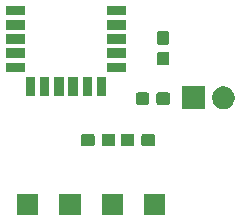
<source format=gbr>
G04 #@! TF.GenerationSoftware,KiCad,Pcbnew,(5.1.4)-1*
G04 #@! TF.CreationDate,2020-05-08T13:54:39-05:00*
G04 #@! TF.ProjectId,RN4871Board,524e3438-3731-4426-9f61-72642e6b6963,rev?*
G04 #@! TF.SameCoordinates,Original*
G04 #@! TF.FileFunction,Soldermask,Top*
G04 #@! TF.FilePolarity,Negative*
%FSLAX46Y46*%
G04 Gerber Fmt 4.6, Leading zero omitted, Abs format (unit mm)*
G04 Created by KiCad (PCBNEW (5.1.4)-1) date 2020-05-08 13:54:39*
%MOMM*%
%LPD*%
G04 APERTURE LIST*
%ADD10C,0.100000*%
G04 APERTURE END LIST*
D10*
G36*
X128942400Y-107606400D02*
G01*
X127140400Y-107606400D01*
X127140400Y-105804400D01*
X128942400Y-105804400D01*
X128942400Y-107606400D01*
X128942400Y-107606400D01*
G37*
G36*
X125335600Y-107606400D02*
G01*
X123533600Y-107606400D01*
X123533600Y-105804400D01*
X125335600Y-105804400D01*
X125335600Y-107606400D01*
X125335600Y-107606400D01*
G37*
G36*
X136105200Y-107606400D02*
G01*
X134303200Y-107606400D01*
X134303200Y-105804400D01*
X136105200Y-105804400D01*
X136105200Y-107606400D01*
X136105200Y-107606400D01*
G37*
G36*
X132523800Y-107606400D02*
G01*
X130721800Y-107606400D01*
X130721800Y-105804400D01*
X132523800Y-105804400D01*
X132523800Y-107606400D01*
X132523800Y-107606400D01*
G37*
G36*
X135071299Y-100722845D02*
G01*
X135108795Y-100734220D01*
X135143354Y-100752692D01*
X135173647Y-100777553D01*
X135198508Y-100807846D01*
X135216980Y-100842405D01*
X135228355Y-100879901D01*
X135232800Y-100925038D01*
X135232800Y-101563762D01*
X135228355Y-101608899D01*
X135216980Y-101646395D01*
X135198508Y-101680954D01*
X135173647Y-101711247D01*
X135143354Y-101736108D01*
X135108795Y-101754580D01*
X135071299Y-101765955D01*
X135026162Y-101770400D01*
X134287438Y-101770400D01*
X134242301Y-101765955D01*
X134204805Y-101754580D01*
X134170246Y-101736108D01*
X134139953Y-101711247D01*
X134115092Y-101680954D01*
X134096620Y-101646395D01*
X134085245Y-101608899D01*
X134080800Y-101563762D01*
X134080800Y-100925038D01*
X134085245Y-100879901D01*
X134096620Y-100842405D01*
X134115092Y-100807846D01*
X134139953Y-100777553D01*
X134170246Y-100752692D01*
X134204805Y-100734220D01*
X134242301Y-100722845D01*
X134287438Y-100718400D01*
X135026162Y-100718400D01*
X135071299Y-100722845D01*
X135071299Y-100722845D01*
G37*
G36*
X133321299Y-100722845D02*
G01*
X133358795Y-100734220D01*
X133393354Y-100752692D01*
X133423647Y-100777553D01*
X133448508Y-100807846D01*
X133466980Y-100842405D01*
X133478355Y-100879901D01*
X133482800Y-100925038D01*
X133482800Y-101563762D01*
X133478355Y-101608899D01*
X133466980Y-101646395D01*
X133448508Y-101680954D01*
X133423647Y-101711247D01*
X133393354Y-101736108D01*
X133358795Y-101754580D01*
X133321299Y-101765955D01*
X133276162Y-101770400D01*
X132537438Y-101770400D01*
X132492301Y-101765955D01*
X132454805Y-101754580D01*
X132420246Y-101736108D01*
X132389953Y-101711247D01*
X132365092Y-101680954D01*
X132346620Y-101646395D01*
X132335245Y-101608899D01*
X132330800Y-101563762D01*
X132330800Y-100925038D01*
X132335245Y-100879901D01*
X132346620Y-100842405D01*
X132365092Y-100807846D01*
X132389953Y-100777553D01*
X132420246Y-100752692D01*
X132454805Y-100734220D01*
X132492301Y-100722845D01*
X132537438Y-100718400D01*
X133276162Y-100718400D01*
X133321299Y-100722845D01*
X133321299Y-100722845D01*
G37*
G36*
X131707099Y-100722845D02*
G01*
X131744595Y-100734220D01*
X131779154Y-100752692D01*
X131809447Y-100777553D01*
X131834308Y-100807846D01*
X131852780Y-100842405D01*
X131864155Y-100879901D01*
X131868600Y-100925038D01*
X131868600Y-101563762D01*
X131864155Y-101608899D01*
X131852780Y-101646395D01*
X131834308Y-101680954D01*
X131809447Y-101711247D01*
X131779154Y-101736108D01*
X131744595Y-101754580D01*
X131707099Y-101765955D01*
X131661962Y-101770400D01*
X130923238Y-101770400D01*
X130878101Y-101765955D01*
X130840605Y-101754580D01*
X130806046Y-101736108D01*
X130775753Y-101711247D01*
X130750892Y-101680954D01*
X130732420Y-101646395D01*
X130721045Y-101608899D01*
X130716600Y-101563762D01*
X130716600Y-100925038D01*
X130721045Y-100879901D01*
X130732420Y-100842405D01*
X130750892Y-100807846D01*
X130775753Y-100777553D01*
X130806046Y-100752692D01*
X130840605Y-100734220D01*
X130878101Y-100722845D01*
X130923238Y-100718400D01*
X131661962Y-100718400D01*
X131707099Y-100722845D01*
X131707099Y-100722845D01*
G37*
G36*
X129957099Y-100722845D02*
G01*
X129994595Y-100734220D01*
X130029154Y-100752692D01*
X130059447Y-100777553D01*
X130084308Y-100807846D01*
X130102780Y-100842405D01*
X130114155Y-100879901D01*
X130118600Y-100925038D01*
X130118600Y-101563762D01*
X130114155Y-101608899D01*
X130102780Y-101646395D01*
X130084308Y-101680954D01*
X130059447Y-101711247D01*
X130029154Y-101736108D01*
X129994595Y-101754580D01*
X129957099Y-101765955D01*
X129911962Y-101770400D01*
X129173238Y-101770400D01*
X129128101Y-101765955D01*
X129090605Y-101754580D01*
X129056046Y-101736108D01*
X129025753Y-101711247D01*
X129000892Y-101680954D01*
X128982420Y-101646395D01*
X128971045Y-101608899D01*
X128966600Y-101563762D01*
X128966600Y-100925038D01*
X128971045Y-100879901D01*
X128982420Y-100842405D01*
X129000892Y-100807846D01*
X129025753Y-100777553D01*
X129056046Y-100752692D01*
X129090605Y-100734220D01*
X129128101Y-100722845D01*
X129173238Y-100718400D01*
X129911962Y-100718400D01*
X129957099Y-100722845D01*
X129957099Y-100722845D01*
G37*
G36*
X139431800Y-98614000D02*
G01*
X137529800Y-98614000D01*
X137529800Y-96712000D01*
X139431800Y-96712000D01*
X139431800Y-98614000D01*
X139431800Y-98614000D01*
G37*
G36*
X141298195Y-96748546D02*
G01*
X141471266Y-96820234D01*
X141471267Y-96820235D01*
X141627027Y-96924310D01*
X141759490Y-97056773D01*
X141759491Y-97056775D01*
X141863566Y-97212534D01*
X141935254Y-97385605D01*
X141971800Y-97569333D01*
X141971800Y-97756667D01*
X141935254Y-97940395D01*
X141863566Y-98113466D01*
X141821946Y-98175754D01*
X141759490Y-98269227D01*
X141627027Y-98401690D01*
X141548618Y-98454081D01*
X141471266Y-98505766D01*
X141298195Y-98577454D01*
X141114467Y-98614000D01*
X140927133Y-98614000D01*
X140743405Y-98577454D01*
X140570334Y-98505766D01*
X140492982Y-98454081D01*
X140414573Y-98401690D01*
X140282110Y-98269227D01*
X140219654Y-98175754D01*
X140178034Y-98113466D01*
X140106346Y-97940395D01*
X140069800Y-97756667D01*
X140069800Y-97569333D01*
X140106346Y-97385605D01*
X140178034Y-97212534D01*
X140282109Y-97056775D01*
X140282110Y-97056773D01*
X140414573Y-96924310D01*
X140570333Y-96820235D01*
X140570334Y-96820234D01*
X140743405Y-96748546D01*
X140927133Y-96712000D01*
X141114467Y-96712000D01*
X141298195Y-96748546D01*
X141298195Y-96748546D01*
G37*
G36*
X136341299Y-97217645D02*
G01*
X136378795Y-97229020D01*
X136413354Y-97247492D01*
X136443647Y-97272353D01*
X136468508Y-97302646D01*
X136486980Y-97337205D01*
X136498355Y-97374701D01*
X136502800Y-97419838D01*
X136502800Y-98058562D01*
X136498355Y-98103699D01*
X136486980Y-98141195D01*
X136468508Y-98175754D01*
X136443647Y-98206047D01*
X136413354Y-98230908D01*
X136378795Y-98249380D01*
X136341299Y-98260755D01*
X136296162Y-98265200D01*
X135557438Y-98265200D01*
X135512301Y-98260755D01*
X135474805Y-98249380D01*
X135440246Y-98230908D01*
X135409953Y-98206047D01*
X135385092Y-98175754D01*
X135366620Y-98141195D01*
X135355245Y-98103699D01*
X135350800Y-98058562D01*
X135350800Y-97419838D01*
X135355245Y-97374701D01*
X135366620Y-97337205D01*
X135385092Y-97302646D01*
X135409953Y-97272353D01*
X135440246Y-97247492D01*
X135474805Y-97229020D01*
X135512301Y-97217645D01*
X135557438Y-97213200D01*
X136296162Y-97213200D01*
X136341299Y-97217645D01*
X136341299Y-97217645D01*
G37*
G36*
X134591299Y-97217645D02*
G01*
X134628795Y-97229020D01*
X134663354Y-97247492D01*
X134693647Y-97272353D01*
X134718508Y-97302646D01*
X134736980Y-97337205D01*
X134748355Y-97374701D01*
X134752800Y-97419838D01*
X134752800Y-98058562D01*
X134748355Y-98103699D01*
X134736980Y-98141195D01*
X134718508Y-98175754D01*
X134693647Y-98206047D01*
X134663354Y-98230908D01*
X134628795Y-98249380D01*
X134591299Y-98260755D01*
X134546162Y-98265200D01*
X133807438Y-98265200D01*
X133762301Y-98260755D01*
X133724805Y-98249380D01*
X133690246Y-98230908D01*
X133659953Y-98206047D01*
X133635092Y-98175754D01*
X133616620Y-98141195D01*
X133605245Y-98103699D01*
X133600800Y-98058562D01*
X133600800Y-97419838D01*
X133605245Y-97374701D01*
X133616620Y-97337205D01*
X133635092Y-97302646D01*
X133659953Y-97272353D01*
X133690246Y-97247492D01*
X133724805Y-97229020D01*
X133762301Y-97217645D01*
X133807438Y-97213200D01*
X134546162Y-97213200D01*
X134591299Y-97217645D01*
X134591299Y-97217645D01*
G37*
G36*
X127495601Y-97543001D02*
G01*
X126693601Y-97543001D01*
X126693601Y-95941001D01*
X127495601Y-95941001D01*
X127495601Y-97543001D01*
X127495601Y-97543001D01*
G37*
G36*
X131095601Y-97543001D02*
G01*
X130293601Y-97543001D01*
X130293601Y-95941001D01*
X131095601Y-95941001D01*
X131095601Y-97543001D01*
X131095601Y-97543001D01*
G37*
G36*
X128695601Y-97543001D02*
G01*
X127893601Y-97543001D01*
X127893601Y-95941001D01*
X128695601Y-95941001D01*
X128695601Y-97543001D01*
X128695601Y-97543001D01*
G37*
G36*
X126295601Y-97543001D02*
G01*
X125493601Y-97543001D01*
X125493601Y-95941001D01*
X126295601Y-95941001D01*
X126295601Y-97543001D01*
X126295601Y-97543001D01*
G37*
G36*
X125095601Y-97543001D02*
G01*
X124293601Y-97543001D01*
X124293601Y-95941001D01*
X125095601Y-95941001D01*
X125095601Y-97543001D01*
X125095601Y-97543001D01*
G37*
G36*
X129895601Y-97543001D02*
G01*
X129093601Y-97543001D01*
X129093601Y-95941001D01*
X129895601Y-95941001D01*
X129895601Y-97543001D01*
X129895601Y-97543001D01*
G37*
G36*
X124245601Y-95493001D02*
G01*
X122643601Y-95493001D01*
X122643601Y-94691001D01*
X124245601Y-94691001D01*
X124245601Y-95493001D01*
X124245601Y-95493001D01*
G37*
G36*
X132745601Y-95493001D02*
G01*
X131143601Y-95493001D01*
X131143601Y-94691001D01*
X132745601Y-94691001D01*
X132745601Y-95493001D01*
X132745601Y-95493001D01*
G37*
G36*
X136279899Y-93775445D02*
G01*
X136317395Y-93786820D01*
X136351954Y-93805292D01*
X136382247Y-93830153D01*
X136407108Y-93860446D01*
X136425580Y-93895005D01*
X136436955Y-93932501D01*
X136441400Y-93977638D01*
X136441400Y-94716362D01*
X136436955Y-94761499D01*
X136425580Y-94798995D01*
X136407108Y-94833554D01*
X136382247Y-94863847D01*
X136351954Y-94888708D01*
X136317395Y-94907180D01*
X136279899Y-94918555D01*
X136234762Y-94923000D01*
X135596038Y-94923000D01*
X135550901Y-94918555D01*
X135513405Y-94907180D01*
X135478846Y-94888708D01*
X135448553Y-94863847D01*
X135423692Y-94833554D01*
X135405220Y-94798995D01*
X135393845Y-94761499D01*
X135389400Y-94716362D01*
X135389400Y-93977638D01*
X135393845Y-93932501D01*
X135405220Y-93895005D01*
X135423692Y-93860446D01*
X135448553Y-93830153D01*
X135478846Y-93805292D01*
X135513405Y-93786820D01*
X135550901Y-93775445D01*
X135596038Y-93771000D01*
X136234762Y-93771000D01*
X136279899Y-93775445D01*
X136279899Y-93775445D01*
G37*
G36*
X132745601Y-94293001D02*
G01*
X131143601Y-94293001D01*
X131143601Y-93491001D01*
X132745601Y-93491001D01*
X132745601Y-94293001D01*
X132745601Y-94293001D01*
G37*
G36*
X124245601Y-94293001D02*
G01*
X122643601Y-94293001D01*
X122643601Y-93491001D01*
X124245601Y-93491001D01*
X124245601Y-94293001D01*
X124245601Y-94293001D01*
G37*
G36*
X136279899Y-92025445D02*
G01*
X136317395Y-92036820D01*
X136351954Y-92055292D01*
X136382247Y-92080153D01*
X136407108Y-92110446D01*
X136425580Y-92145005D01*
X136436955Y-92182501D01*
X136441400Y-92227638D01*
X136441400Y-92966362D01*
X136436955Y-93011499D01*
X136425580Y-93048995D01*
X136407108Y-93083554D01*
X136382247Y-93113847D01*
X136351954Y-93138708D01*
X136317395Y-93157180D01*
X136279899Y-93168555D01*
X136234762Y-93173000D01*
X135596038Y-93173000D01*
X135550901Y-93168555D01*
X135513405Y-93157180D01*
X135478846Y-93138708D01*
X135448553Y-93113847D01*
X135423692Y-93083554D01*
X135405220Y-93048995D01*
X135393845Y-93011499D01*
X135389400Y-92966362D01*
X135389400Y-92227638D01*
X135393845Y-92182501D01*
X135405220Y-92145005D01*
X135423692Y-92110446D01*
X135448553Y-92080153D01*
X135478846Y-92055292D01*
X135513405Y-92036820D01*
X135550901Y-92025445D01*
X135596038Y-92021000D01*
X136234762Y-92021000D01*
X136279899Y-92025445D01*
X136279899Y-92025445D01*
G37*
G36*
X132745601Y-93093001D02*
G01*
X131143601Y-93093001D01*
X131143601Y-92291001D01*
X132745601Y-92291001D01*
X132745601Y-93093001D01*
X132745601Y-93093001D01*
G37*
G36*
X124245601Y-93093001D02*
G01*
X122643601Y-93093001D01*
X122643601Y-92291001D01*
X124245601Y-92291001D01*
X124245601Y-93093001D01*
X124245601Y-93093001D01*
G37*
G36*
X124245601Y-91893001D02*
G01*
X122643601Y-91893001D01*
X122643601Y-91091001D01*
X124245601Y-91091001D01*
X124245601Y-91893001D01*
X124245601Y-91893001D01*
G37*
G36*
X132745601Y-91893001D02*
G01*
X131143601Y-91893001D01*
X131143601Y-91091001D01*
X132745601Y-91091001D01*
X132745601Y-91893001D01*
X132745601Y-91893001D01*
G37*
G36*
X124245601Y-90693001D02*
G01*
X122643601Y-90693001D01*
X122643601Y-89891001D01*
X124245601Y-89891001D01*
X124245601Y-90693001D01*
X124245601Y-90693001D01*
G37*
G36*
X132745601Y-90693001D02*
G01*
X131143601Y-90693001D01*
X131143601Y-89891001D01*
X132745601Y-89891001D01*
X132745601Y-90693001D01*
X132745601Y-90693001D01*
G37*
M02*

</source>
